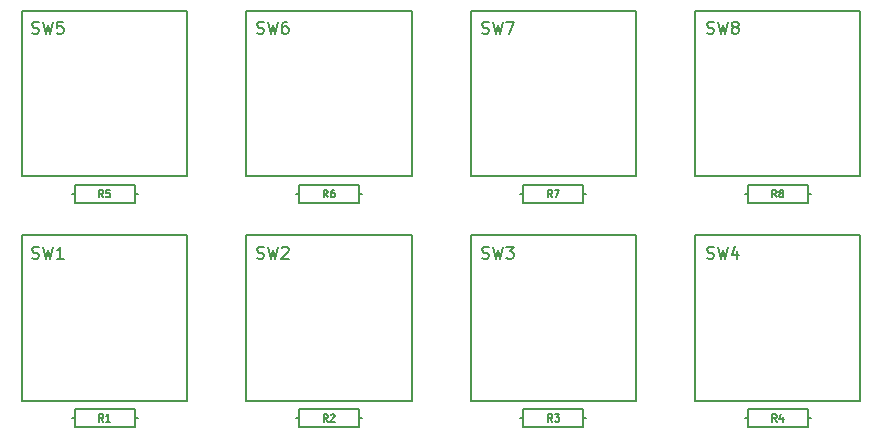
<source format=gbr>
G04 #@! TF.GenerationSoftware,KiCad,Pcbnew,5.0.2-bee76a0~70~ubuntu18.04.1*
G04 #@! TF.CreationDate,2019-03-19T15:09:44-04:00*
G04 #@! TF.ProjectId,8_key_simple_graphics (copy),385f6b65-795f-4736-996d-706c655f6772,rev?*
G04 #@! TF.SameCoordinates,Original*
G04 #@! TF.FileFunction,Legend,Top*
G04 #@! TF.FilePolarity,Positive*
%FSLAX46Y46*%
G04 Gerber Fmt 4.6, Leading zero omitted, Abs format (unit mm)*
G04 Created by KiCad (PCBNEW 5.0.2-bee76a0~70~ubuntu18.04.1) date Tue 19 Mar 2019 03:09:44 PM EDT*
%MOMM*%
%LPD*%
G01*
G04 APERTURE LIST*
%ADD10C,0.203200*%
%ADD11C,0.150000*%
%ADD12C,0.127000*%
G04 APERTURE END LIST*
D10*
G04 #@! TO.C,R1*
X125460000Y-103500000D02*
X125206000Y-103500000D01*
X130540000Y-103500000D02*
X130794000Y-103500000D01*
X125460000Y-103500000D02*
X125460000Y-102738000D01*
X125460000Y-104262000D02*
X125460000Y-103500000D01*
X130540000Y-104262000D02*
X125460000Y-104262000D01*
X130540000Y-103500000D02*
X130540000Y-104262000D01*
X130540000Y-102738000D02*
X130540000Y-103500000D01*
X125460000Y-102738000D02*
X130540000Y-102738000D01*
G04 #@! TO.C,R2*
X144460000Y-103500000D02*
X144206000Y-103500000D01*
X149540000Y-103500000D02*
X149794000Y-103500000D01*
X144460000Y-103500000D02*
X144460000Y-102738000D01*
X144460000Y-104262000D02*
X144460000Y-103500000D01*
X149540000Y-104262000D02*
X144460000Y-104262000D01*
X149540000Y-103500000D02*
X149540000Y-104262000D01*
X149540000Y-102738000D02*
X149540000Y-103500000D01*
X144460000Y-102738000D02*
X149540000Y-102738000D01*
G04 #@! TO.C,R3*
X163460000Y-103500000D02*
X163206000Y-103500000D01*
X168540000Y-103500000D02*
X168794000Y-103500000D01*
X163460000Y-103500000D02*
X163460000Y-102738000D01*
X163460000Y-104262000D02*
X163460000Y-103500000D01*
X168540000Y-104262000D02*
X163460000Y-104262000D01*
X168540000Y-103500000D02*
X168540000Y-104262000D01*
X168540000Y-102738000D02*
X168540000Y-103500000D01*
X163460000Y-102738000D02*
X168540000Y-102738000D01*
G04 #@! TO.C,R4*
X182460000Y-103500000D02*
X182206000Y-103500000D01*
X187540000Y-103500000D02*
X187794000Y-103500000D01*
X182460000Y-103500000D02*
X182460000Y-102738000D01*
X182460000Y-104262000D02*
X182460000Y-103500000D01*
X187540000Y-104262000D02*
X182460000Y-104262000D01*
X187540000Y-103500000D02*
X187540000Y-104262000D01*
X187540000Y-102738000D02*
X187540000Y-103500000D01*
X182460000Y-102738000D02*
X187540000Y-102738000D01*
G04 #@! TO.C,R5*
X125460000Y-84500000D02*
X125206000Y-84500000D01*
X130540000Y-84500000D02*
X130794000Y-84500000D01*
X125460000Y-84500000D02*
X125460000Y-83738000D01*
X125460000Y-85262000D02*
X125460000Y-84500000D01*
X130540000Y-85262000D02*
X125460000Y-85262000D01*
X130540000Y-84500000D02*
X130540000Y-85262000D01*
X130540000Y-83738000D02*
X130540000Y-84500000D01*
X125460000Y-83738000D02*
X130540000Y-83738000D01*
G04 #@! TO.C,R6*
X144460000Y-84500000D02*
X144206000Y-84500000D01*
X149540000Y-84500000D02*
X149794000Y-84500000D01*
X144460000Y-84500000D02*
X144460000Y-83738000D01*
X144460000Y-85262000D02*
X144460000Y-84500000D01*
X149540000Y-85262000D02*
X144460000Y-85262000D01*
X149540000Y-84500000D02*
X149540000Y-85262000D01*
X149540000Y-83738000D02*
X149540000Y-84500000D01*
X144460000Y-83738000D02*
X149540000Y-83738000D01*
G04 #@! TO.C,R7*
X163460000Y-84500000D02*
X163206000Y-84500000D01*
X168540000Y-84500000D02*
X168794000Y-84500000D01*
X163460000Y-84500000D02*
X163460000Y-83738000D01*
X163460000Y-85262000D02*
X163460000Y-84500000D01*
X168540000Y-85262000D02*
X163460000Y-85262000D01*
X168540000Y-84500000D02*
X168540000Y-85262000D01*
X168540000Y-83738000D02*
X168540000Y-84500000D01*
X163460000Y-83738000D02*
X168540000Y-83738000D01*
G04 #@! TO.C,R8*
X182460000Y-84500000D02*
X182206000Y-84500000D01*
X187540000Y-84500000D02*
X187794000Y-84500000D01*
X182460000Y-84500000D02*
X182460000Y-83738000D01*
X182460000Y-85262000D02*
X182460000Y-84500000D01*
X187540000Y-85262000D02*
X182460000Y-85262000D01*
X187540000Y-84500000D02*
X187540000Y-85262000D01*
X187540000Y-83738000D02*
X187540000Y-84500000D01*
X182460000Y-83738000D02*
X187540000Y-83738000D01*
D11*
G04 #@! TO.C,SW1*
X121000000Y-88000000D02*
X121000000Y-102000000D01*
X121000000Y-102000000D02*
X135000000Y-102000000D01*
X135000000Y-102000000D02*
X135000000Y-88000000D01*
X135000000Y-88000000D02*
X121000000Y-88000000D01*
G04 #@! TO.C,SW2*
X140000000Y-88000000D02*
X140000000Y-102000000D01*
X140000000Y-102000000D02*
X154000000Y-102000000D01*
X154000000Y-102000000D02*
X154000000Y-88000000D01*
X154000000Y-88000000D02*
X140000000Y-88000000D01*
G04 #@! TO.C,SW3*
X159000000Y-88000000D02*
X159000000Y-102000000D01*
X159000000Y-102000000D02*
X173000000Y-102000000D01*
X173000000Y-102000000D02*
X173000000Y-88000000D01*
X173000000Y-88000000D02*
X159000000Y-88000000D01*
G04 #@! TO.C,SW4*
X178000000Y-88000000D02*
X178000000Y-102000000D01*
X178000000Y-102000000D02*
X192000000Y-102000000D01*
X192000000Y-102000000D02*
X192000000Y-88000000D01*
X192000000Y-88000000D02*
X178000000Y-88000000D01*
G04 #@! TO.C,SW5*
X121000000Y-69000000D02*
X121000000Y-83000000D01*
X121000000Y-83000000D02*
X135000000Y-83000000D01*
X135000000Y-83000000D02*
X135000000Y-69000000D01*
X135000000Y-69000000D02*
X121000000Y-69000000D01*
G04 #@! TO.C,SW6*
X140000000Y-69000000D02*
X140000000Y-83000000D01*
X140000000Y-83000000D02*
X154000000Y-83000000D01*
X154000000Y-83000000D02*
X154000000Y-69000000D01*
X154000000Y-69000000D02*
X140000000Y-69000000D01*
G04 #@! TO.C,SW7*
X159000000Y-69000000D02*
X159000000Y-83000000D01*
X159000000Y-83000000D02*
X173000000Y-83000000D01*
X173000000Y-83000000D02*
X173000000Y-69000000D01*
X173000000Y-69000000D02*
X159000000Y-69000000D01*
G04 #@! TO.C,SW8*
X178000000Y-69000000D02*
X178000000Y-83000000D01*
X178000000Y-83000000D02*
X192000000Y-83000000D01*
X192000000Y-83000000D02*
X192000000Y-69000000D01*
X192000000Y-69000000D02*
X178000000Y-69000000D01*
G04 #@! TO.C,R1*
D12*
X127898400Y-103775771D02*
X127695200Y-103485485D01*
X127550057Y-103775771D02*
X127550057Y-103166171D01*
X127782285Y-103166171D01*
X127840342Y-103195200D01*
X127869371Y-103224228D01*
X127898400Y-103282285D01*
X127898400Y-103369371D01*
X127869371Y-103427428D01*
X127840342Y-103456457D01*
X127782285Y-103485485D01*
X127550057Y-103485485D01*
X128478971Y-103775771D02*
X128130628Y-103775771D01*
X128304800Y-103775771D02*
X128304800Y-103166171D01*
X128246742Y-103253257D01*
X128188685Y-103311314D01*
X128130628Y-103340342D01*
G04 #@! TO.C,R2*
X146898400Y-103775771D02*
X146695200Y-103485485D01*
X146550057Y-103775771D02*
X146550057Y-103166171D01*
X146782285Y-103166171D01*
X146840342Y-103195200D01*
X146869371Y-103224228D01*
X146898400Y-103282285D01*
X146898400Y-103369371D01*
X146869371Y-103427428D01*
X146840342Y-103456457D01*
X146782285Y-103485485D01*
X146550057Y-103485485D01*
X147130628Y-103224228D02*
X147159657Y-103195200D01*
X147217714Y-103166171D01*
X147362857Y-103166171D01*
X147420914Y-103195200D01*
X147449942Y-103224228D01*
X147478971Y-103282285D01*
X147478971Y-103340342D01*
X147449942Y-103427428D01*
X147101600Y-103775771D01*
X147478971Y-103775771D01*
G04 #@! TO.C,R3*
X165898400Y-103775771D02*
X165695200Y-103485485D01*
X165550057Y-103775771D02*
X165550057Y-103166171D01*
X165782285Y-103166171D01*
X165840342Y-103195200D01*
X165869371Y-103224228D01*
X165898400Y-103282285D01*
X165898400Y-103369371D01*
X165869371Y-103427428D01*
X165840342Y-103456457D01*
X165782285Y-103485485D01*
X165550057Y-103485485D01*
X166101600Y-103166171D02*
X166478971Y-103166171D01*
X166275771Y-103398400D01*
X166362857Y-103398400D01*
X166420914Y-103427428D01*
X166449942Y-103456457D01*
X166478971Y-103514514D01*
X166478971Y-103659657D01*
X166449942Y-103717714D01*
X166420914Y-103746742D01*
X166362857Y-103775771D01*
X166188685Y-103775771D01*
X166130628Y-103746742D01*
X166101600Y-103717714D01*
G04 #@! TO.C,R4*
X184898400Y-103775771D02*
X184695200Y-103485485D01*
X184550057Y-103775771D02*
X184550057Y-103166171D01*
X184782285Y-103166171D01*
X184840342Y-103195200D01*
X184869371Y-103224228D01*
X184898400Y-103282285D01*
X184898400Y-103369371D01*
X184869371Y-103427428D01*
X184840342Y-103456457D01*
X184782285Y-103485485D01*
X184550057Y-103485485D01*
X185420914Y-103369371D02*
X185420914Y-103775771D01*
X185275771Y-103137142D02*
X185130628Y-103572571D01*
X185508000Y-103572571D01*
G04 #@! TO.C,R5*
X127898400Y-84775771D02*
X127695200Y-84485485D01*
X127550057Y-84775771D02*
X127550057Y-84166171D01*
X127782285Y-84166171D01*
X127840342Y-84195200D01*
X127869371Y-84224228D01*
X127898400Y-84282285D01*
X127898400Y-84369371D01*
X127869371Y-84427428D01*
X127840342Y-84456457D01*
X127782285Y-84485485D01*
X127550057Y-84485485D01*
X128449942Y-84166171D02*
X128159657Y-84166171D01*
X128130628Y-84456457D01*
X128159657Y-84427428D01*
X128217714Y-84398400D01*
X128362857Y-84398400D01*
X128420914Y-84427428D01*
X128449942Y-84456457D01*
X128478971Y-84514514D01*
X128478971Y-84659657D01*
X128449942Y-84717714D01*
X128420914Y-84746742D01*
X128362857Y-84775771D01*
X128217714Y-84775771D01*
X128159657Y-84746742D01*
X128130628Y-84717714D01*
G04 #@! TO.C,R6*
X146898400Y-84775771D02*
X146695200Y-84485485D01*
X146550057Y-84775771D02*
X146550057Y-84166171D01*
X146782285Y-84166171D01*
X146840342Y-84195200D01*
X146869371Y-84224228D01*
X146898400Y-84282285D01*
X146898400Y-84369371D01*
X146869371Y-84427428D01*
X146840342Y-84456457D01*
X146782285Y-84485485D01*
X146550057Y-84485485D01*
X147420914Y-84166171D02*
X147304800Y-84166171D01*
X147246742Y-84195200D01*
X147217714Y-84224228D01*
X147159657Y-84311314D01*
X147130628Y-84427428D01*
X147130628Y-84659657D01*
X147159657Y-84717714D01*
X147188685Y-84746742D01*
X147246742Y-84775771D01*
X147362857Y-84775771D01*
X147420914Y-84746742D01*
X147449942Y-84717714D01*
X147478971Y-84659657D01*
X147478971Y-84514514D01*
X147449942Y-84456457D01*
X147420914Y-84427428D01*
X147362857Y-84398400D01*
X147246742Y-84398400D01*
X147188685Y-84427428D01*
X147159657Y-84456457D01*
X147130628Y-84514514D01*
G04 #@! TO.C,R7*
X165898400Y-84775771D02*
X165695200Y-84485485D01*
X165550057Y-84775771D02*
X165550057Y-84166171D01*
X165782285Y-84166171D01*
X165840342Y-84195200D01*
X165869371Y-84224228D01*
X165898400Y-84282285D01*
X165898400Y-84369371D01*
X165869371Y-84427428D01*
X165840342Y-84456457D01*
X165782285Y-84485485D01*
X165550057Y-84485485D01*
X166101600Y-84166171D02*
X166508000Y-84166171D01*
X166246742Y-84775771D01*
G04 #@! TO.C,R8*
X184898400Y-84775771D02*
X184695200Y-84485485D01*
X184550057Y-84775771D02*
X184550057Y-84166171D01*
X184782285Y-84166171D01*
X184840342Y-84195200D01*
X184869371Y-84224228D01*
X184898400Y-84282285D01*
X184898400Y-84369371D01*
X184869371Y-84427428D01*
X184840342Y-84456457D01*
X184782285Y-84485485D01*
X184550057Y-84485485D01*
X185246742Y-84427428D02*
X185188685Y-84398400D01*
X185159657Y-84369371D01*
X185130628Y-84311314D01*
X185130628Y-84282285D01*
X185159657Y-84224228D01*
X185188685Y-84195200D01*
X185246742Y-84166171D01*
X185362857Y-84166171D01*
X185420914Y-84195200D01*
X185449942Y-84224228D01*
X185478971Y-84282285D01*
X185478971Y-84311314D01*
X185449942Y-84369371D01*
X185420914Y-84398400D01*
X185362857Y-84427428D01*
X185246742Y-84427428D01*
X185188685Y-84456457D01*
X185159657Y-84485485D01*
X185130628Y-84543542D01*
X185130628Y-84659657D01*
X185159657Y-84717714D01*
X185188685Y-84746742D01*
X185246742Y-84775771D01*
X185362857Y-84775771D01*
X185420914Y-84746742D01*
X185449942Y-84717714D01*
X185478971Y-84659657D01*
X185478971Y-84543542D01*
X185449942Y-84485485D01*
X185420914Y-84456457D01*
X185362857Y-84427428D01*
G04 #@! TO.C,SW1*
D11*
X121856666Y-89939761D02*
X121999523Y-89987380D01*
X122237619Y-89987380D01*
X122332857Y-89939761D01*
X122380476Y-89892142D01*
X122428095Y-89796904D01*
X122428095Y-89701666D01*
X122380476Y-89606428D01*
X122332857Y-89558809D01*
X122237619Y-89511190D01*
X122047142Y-89463571D01*
X121951904Y-89415952D01*
X121904285Y-89368333D01*
X121856666Y-89273095D01*
X121856666Y-89177857D01*
X121904285Y-89082619D01*
X121951904Y-89035000D01*
X122047142Y-88987380D01*
X122285238Y-88987380D01*
X122428095Y-89035000D01*
X122761428Y-88987380D02*
X122999523Y-89987380D01*
X123190000Y-89273095D01*
X123380476Y-89987380D01*
X123618571Y-88987380D01*
X124523333Y-89987380D02*
X123951904Y-89987380D01*
X124237619Y-89987380D02*
X124237619Y-88987380D01*
X124142380Y-89130238D01*
X124047142Y-89225476D01*
X123951904Y-89273095D01*
G04 #@! TO.C,SW2*
X140906666Y-89939761D02*
X141049523Y-89987380D01*
X141287619Y-89987380D01*
X141382857Y-89939761D01*
X141430476Y-89892142D01*
X141478095Y-89796904D01*
X141478095Y-89701666D01*
X141430476Y-89606428D01*
X141382857Y-89558809D01*
X141287619Y-89511190D01*
X141097142Y-89463571D01*
X141001904Y-89415952D01*
X140954285Y-89368333D01*
X140906666Y-89273095D01*
X140906666Y-89177857D01*
X140954285Y-89082619D01*
X141001904Y-89035000D01*
X141097142Y-88987380D01*
X141335238Y-88987380D01*
X141478095Y-89035000D01*
X141811428Y-88987380D02*
X142049523Y-89987380D01*
X142240000Y-89273095D01*
X142430476Y-89987380D01*
X142668571Y-88987380D01*
X143001904Y-89082619D02*
X143049523Y-89035000D01*
X143144761Y-88987380D01*
X143382857Y-88987380D01*
X143478095Y-89035000D01*
X143525714Y-89082619D01*
X143573333Y-89177857D01*
X143573333Y-89273095D01*
X143525714Y-89415952D01*
X142954285Y-89987380D01*
X143573333Y-89987380D01*
G04 #@! TO.C,SW3*
X159956666Y-89939761D02*
X160099523Y-89987380D01*
X160337619Y-89987380D01*
X160432857Y-89939761D01*
X160480476Y-89892142D01*
X160528095Y-89796904D01*
X160528095Y-89701666D01*
X160480476Y-89606428D01*
X160432857Y-89558809D01*
X160337619Y-89511190D01*
X160147142Y-89463571D01*
X160051904Y-89415952D01*
X160004285Y-89368333D01*
X159956666Y-89273095D01*
X159956666Y-89177857D01*
X160004285Y-89082619D01*
X160051904Y-89035000D01*
X160147142Y-88987380D01*
X160385238Y-88987380D01*
X160528095Y-89035000D01*
X160861428Y-88987380D02*
X161099523Y-89987380D01*
X161290000Y-89273095D01*
X161480476Y-89987380D01*
X161718571Y-88987380D01*
X162004285Y-88987380D02*
X162623333Y-88987380D01*
X162290000Y-89368333D01*
X162432857Y-89368333D01*
X162528095Y-89415952D01*
X162575714Y-89463571D01*
X162623333Y-89558809D01*
X162623333Y-89796904D01*
X162575714Y-89892142D01*
X162528095Y-89939761D01*
X162432857Y-89987380D01*
X162147142Y-89987380D01*
X162051904Y-89939761D01*
X162004285Y-89892142D01*
G04 #@! TO.C,SW4*
X179006666Y-89939761D02*
X179149523Y-89987380D01*
X179387619Y-89987380D01*
X179482857Y-89939761D01*
X179530476Y-89892142D01*
X179578095Y-89796904D01*
X179578095Y-89701666D01*
X179530476Y-89606428D01*
X179482857Y-89558809D01*
X179387619Y-89511190D01*
X179197142Y-89463571D01*
X179101904Y-89415952D01*
X179054285Y-89368333D01*
X179006666Y-89273095D01*
X179006666Y-89177857D01*
X179054285Y-89082619D01*
X179101904Y-89035000D01*
X179197142Y-88987380D01*
X179435238Y-88987380D01*
X179578095Y-89035000D01*
X179911428Y-88987380D02*
X180149523Y-89987380D01*
X180340000Y-89273095D01*
X180530476Y-89987380D01*
X180768571Y-88987380D01*
X181578095Y-89320714D02*
X181578095Y-89987380D01*
X181340000Y-88939761D02*
X181101904Y-89654047D01*
X181720952Y-89654047D01*
G04 #@! TO.C,SW5*
X121856666Y-70889761D02*
X121999523Y-70937380D01*
X122237619Y-70937380D01*
X122332857Y-70889761D01*
X122380476Y-70842142D01*
X122428095Y-70746904D01*
X122428095Y-70651666D01*
X122380476Y-70556428D01*
X122332857Y-70508809D01*
X122237619Y-70461190D01*
X122047142Y-70413571D01*
X121951904Y-70365952D01*
X121904285Y-70318333D01*
X121856666Y-70223095D01*
X121856666Y-70127857D01*
X121904285Y-70032619D01*
X121951904Y-69985000D01*
X122047142Y-69937380D01*
X122285238Y-69937380D01*
X122428095Y-69985000D01*
X122761428Y-69937380D02*
X122999523Y-70937380D01*
X123190000Y-70223095D01*
X123380476Y-70937380D01*
X123618571Y-69937380D01*
X124475714Y-69937380D02*
X123999523Y-69937380D01*
X123951904Y-70413571D01*
X123999523Y-70365952D01*
X124094761Y-70318333D01*
X124332857Y-70318333D01*
X124428095Y-70365952D01*
X124475714Y-70413571D01*
X124523333Y-70508809D01*
X124523333Y-70746904D01*
X124475714Y-70842142D01*
X124428095Y-70889761D01*
X124332857Y-70937380D01*
X124094761Y-70937380D01*
X123999523Y-70889761D01*
X123951904Y-70842142D01*
G04 #@! TO.C,SW6*
X140906666Y-70889761D02*
X141049523Y-70937380D01*
X141287619Y-70937380D01*
X141382857Y-70889761D01*
X141430476Y-70842142D01*
X141478095Y-70746904D01*
X141478095Y-70651666D01*
X141430476Y-70556428D01*
X141382857Y-70508809D01*
X141287619Y-70461190D01*
X141097142Y-70413571D01*
X141001904Y-70365952D01*
X140954285Y-70318333D01*
X140906666Y-70223095D01*
X140906666Y-70127857D01*
X140954285Y-70032619D01*
X141001904Y-69985000D01*
X141097142Y-69937380D01*
X141335238Y-69937380D01*
X141478095Y-69985000D01*
X141811428Y-69937380D02*
X142049523Y-70937380D01*
X142240000Y-70223095D01*
X142430476Y-70937380D01*
X142668571Y-69937380D01*
X143478095Y-69937380D02*
X143287619Y-69937380D01*
X143192380Y-69985000D01*
X143144761Y-70032619D01*
X143049523Y-70175476D01*
X143001904Y-70365952D01*
X143001904Y-70746904D01*
X143049523Y-70842142D01*
X143097142Y-70889761D01*
X143192380Y-70937380D01*
X143382857Y-70937380D01*
X143478095Y-70889761D01*
X143525714Y-70842142D01*
X143573333Y-70746904D01*
X143573333Y-70508809D01*
X143525714Y-70413571D01*
X143478095Y-70365952D01*
X143382857Y-70318333D01*
X143192380Y-70318333D01*
X143097142Y-70365952D01*
X143049523Y-70413571D01*
X143001904Y-70508809D01*
G04 #@! TO.C,SW7*
X159956666Y-70889761D02*
X160099523Y-70937380D01*
X160337619Y-70937380D01*
X160432857Y-70889761D01*
X160480476Y-70842142D01*
X160528095Y-70746904D01*
X160528095Y-70651666D01*
X160480476Y-70556428D01*
X160432857Y-70508809D01*
X160337619Y-70461190D01*
X160147142Y-70413571D01*
X160051904Y-70365952D01*
X160004285Y-70318333D01*
X159956666Y-70223095D01*
X159956666Y-70127857D01*
X160004285Y-70032619D01*
X160051904Y-69985000D01*
X160147142Y-69937380D01*
X160385238Y-69937380D01*
X160528095Y-69985000D01*
X160861428Y-69937380D02*
X161099523Y-70937380D01*
X161290000Y-70223095D01*
X161480476Y-70937380D01*
X161718571Y-69937380D01*
X162004285Y-69937380D02*
X162670952Y-69937380D01*
X162242380Y-70937380D01*
G04 #@! TO.C,SW8*
X179006666Y-70889761D02*
X179149523Y-70937380D01*
X179387619Y-70937380D01*
X179482857Y-70889761D01*
X179530476Y-70842142D01*
X179578095Y-70746904D01*
X179578095Y-70651666D01*
X179530476Y-70556428D01*
X179482857Y-70508809D01*
X179387619Y-70461190D01*
X179197142Y-70413571D01*
X179101904Y-70365952D01*
X179054285Y-70318333D01*
X179006666Y-70223095D01*
X179006666Y-70127857D01*
X179054285Y-70032619D01*
X179101904Y-69985000D01*
X179197142Y-69937380D01*
X179435238Y-69937380D01*
X179578095Y-69985000D01*
X179911428Y-69937380D02*
X180149523Y-70937380D01*
X180340000Y-70223095D01*
X180530476Y-70937380D01*
X180768571Y-69937380D01*
X181292380Y-70365952D02*
X181197142Y-70318333D01*
X181149523Y-70270714D01*
X181101904Y-70175476D01*
X181101904Y-70127857D01*
X181149523Y-70032619D01*
X181197142Y-69985000D01*
X181292380Y-69937380D01*
X181482857Y-69937380D01*
X181578095Y-69985000D01*
X181625714Y-70032619D01*
X181673333Y-70127857D01*
X181673333Y-70175476D01*
X181625714Y-70270714D01*
X181578095Y-70318333D01*
X181482857Y-70365952D01*
X181292380Y-70365952D01*
X181197142Y-70413571D01*
X181149523Y-70461190D01*
X181101904Y-70556428D01*
X181101904Y-70746904D01*
X181149523Y-70842142D01*
X181197142Y-70889761D01*
X181292380Y-70937380D01*
X181482857Y-70937380D01*
X181578095Y-70889761D01*
X181625714Y-70842142D01*
X181673333Y-70746904D01*
X181673333Y-70556428D01*
X181625714Y-70461190D01*
X181578095Y-70413571D01*
X181482857Y-70365952D01*
G04 #@! TD*
M02*

</source>
